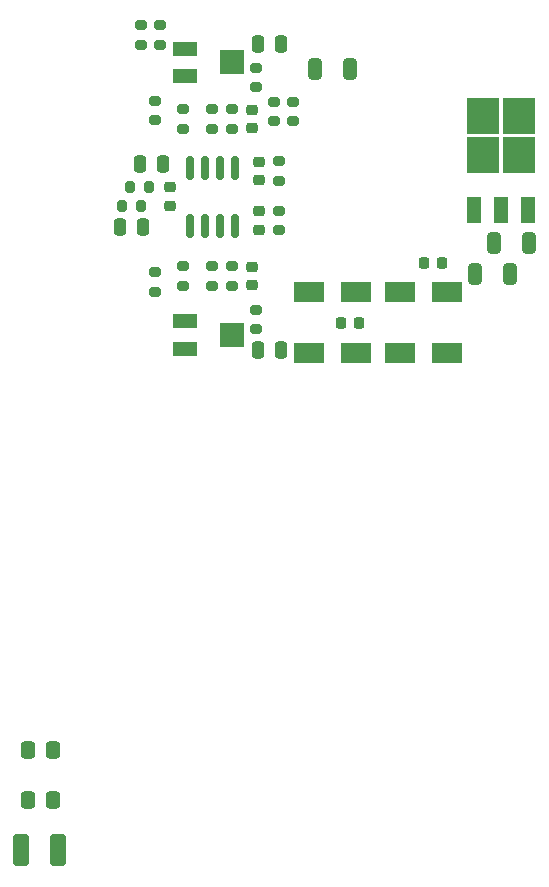
<source format=gbr>
%TF.GenerationSoftware,KiCad,Pcbnew,7.0.10-7.0.10~ubuntu22.04.1*%
%TF.CreationDate,2024-01-08T13:23:45+01:00*%
%TF.ProjectId,reparaturhelfer,72657061-7261-4747-9572-68656c666572,rev?*%
%TF.SameCoordinates,Original*%
%TF.FileFunction,Paste,Bot*%
%TF.FilePolarity,Positive*%
%FSLAX46Y46*%
G04 Gerber Fmt 4.6, Leading zero omitted, Abs format (unit mm)*
G04 Created by KiCad (PCBNEW 7.0.10-7.0.10~ubuntu22.04.1) date 2024-01-08 13:23:45*
%MOMM*%
%LPD*%
G01*
G04 APERTURE LIST*
G04 Aperture macros list*
%AMRoundRect*
0 Rectangle with rounded corners*
0 $1 Rounding radius*
0 $2 $3 $4 $5 $6 $7 $8 $9 X,Y pos of 4 corners*
0 Add a 4 corners polygon primitive as box body*
4,1,4,$2,$3,$4,$5,$6,$7,$8,$9,$2,$3,0*
0 Add four circle primitives for the rounded corners*
1,1,$1+$1,$2,$3*
1,1,$1+$1,$4,$5*
1,1,$1+$1,$6,$7*
1,1,$1+$1,$8,$9*
0 Add four rect primitives between the rounded corners*
20,1,$1+$1,$2,$3,$4,$5,0*
20,1,$1+$1,$4,$5,$6,$7,0*
20,1,$1+$1,$6,$7,$8,$9,0*
20,1,$1+$1,$8,$9,$2,$3,0*%
G04 Aperture macros list end*
%ADD10RoundRect,0.200000X-0.275000X0.200000X-0.275000X-0.200000X0.275000X-0.200000X0.275000X0.200000X0*%
%ADD11RoundRect,0.200000X0.275000X-0.200000X0.275000X0.200000X-0.275000X0.200000X-0.275000X-0.200000X0*%
%ADD12RoundRect,0.225000X0.250000X-0.225000X0.250000X0.225000X-0.250000X0.225000X-0.250000X-0.225000X0*%
%ADD13RoundRect,0.225000X-0.250000X0.225000X-0.250000X-0.225000X0.250000X-0.225000X0.250000X0.225000X0*%
%ADD14RoundRect,0.225000X0.225000X0.250000X-0.225000X0.250000X-0.225000X-0.250000X0.225000X-0.250000X0*%
%ADD15RoundRect,0.250000X-0.250000X-0.475000X0.250000X-0.475000X0.250000X0.475000X-0.250000X0.475000X0*%
%ADD16RoundRect,0.250000X0.250000X0.475000X-0.250000X0.475000X-0.250000X-0.475000X0.250000X-0.475000X0*%
%ADD17RoundRect,0.250000X-0.325000X-0.650000X0.325000X-0.650000X0.325000X0.650000X-0.325000X0.650000X0*%
%ADD18R,2.500000X1.800000*%
%ADD19RoundRect,0.250000X-0.337500X-0.475000X0.337500X-0.475000X0.337500X0.475000X-0.337500X0.475000X0*%
%ADD20RoundRect,0.200000X0.200000X0.275000X-0.200000X0.275000X-0.200000X-0.275000X0.200000X-0.275000X0*%
%ADD21R,2.750000X3.050000*%
%ADD22R,1.200000X2.200000*%
%ADD23R,2.000000X1.300000*%
%ADD24R,2.000000X2.000000*%
%ADD25RoundRect,0.150000X-0.150000X0.825000X-0.150000X-0.825000X0.150000X-0.825000X0.150000X0.825000X0*%
%ADD26RoundRect,0.250000X-0.412500X-1.100000X0.412500X-1.100000X0.412500X1.100000X-0.412500X1.100000X0*%
%ADD27RoundRect,0.250000X0.325000X0.650000X-0.325000X0.650000X-0.325000X-0.650000X0.325000X-0.650000X0*%
G04 APERTURE END LIST*
D10*
%TO.C,R204*%
X96800000Y-51675000D03*
X96800000Y-53325000D03*
%TD*%
D11*
%TO.C,R203*%
X95200000Y-53325000D03*
X95200000Y-51675000D03*
%TD*%
D12*
%TO.C,C213*%
X104600000Y-73675000D03*
X104600000Y-72125000D03*
%TD*%
D13*
%TO.C,C216*%
X105200000Y-63225000D03*
X105200000Y-64775000D03*
%TD*%
D11*
%TO.C,R215*%
X104900000Y-77425000D03*
X104900000Y-75775000D03*
%TD*%
D10*
%TO.C,R218*%
X106900000Y-67375000D03*
X106900000Y-69025000D03*
%TD*%
D14*
%TO.C,C207*%
X113675000Y-76900000D03*
X112125000Y-76900000D03*
%TD*%
D15*
%TO.C,C202*%
X95150000Y-63400000D03*
X97050000Y-63400000D03*
%TD*%
D16*
%TO.C,C212*%
X95350000Y-68800000D03*
X93450000Y-68800000D03*
%TD*%
D11*
%TO.C,R209*%
X106500000Y-59825000D03*
X106500000Y-58175000D03*
%TD*%
D10*
%TO.C,R207*%
X104900000Y-55275000D03*
X104900000Y-56925000D03*
%TD*%
%TO.C,R211*%
X96400000Y-72575000D03*
X96400000Y-74225000D03*
%TD*%
D14*
%TO.C,C203*%
X120675000Y-71800000D03*
X119125000Y-71800000D03*
%TD*%
D17*
%TO.C,C205*%
X123525000Y-72700000D03*
X126475000Y-72700000D03*
%TD*%
D18*
%TO.C,D201*%
X121100000Y-74300000D03*
X117100000Y-74300000D03*
%TD*%
D19*
%TO.C,C401*%
X85662500Y-113000000D03*
X87737500Y-113000000D03*
%TD*%
D10*
%TO.C,R205*%
X101200000Y-58800000D03*
X101200000Y-60450000D03*
%TD*%
D16*
%TO.C,C209*%
X107050000Y-53300000D03*
X105150000Y-53300000D03*
%TD*%
D11*
%TO.C,R201*%
X96400000Y-59725000D03*
X96400000Y-58075000D03*
%TD*%
%TO.C,R212*%
X98800000Y-73725000D03*
X98800000Y-72075000D03*
%TD*%
D10*
%TO.C,R206*%
X102900000Y-58800000D03*
X102900000Y-60450000D03*
%TD*%
D19*
%TO.C,C403*%
X85662500Y-117250000D03*
X87737500Y-117250000D03*
%TD*%
D12*
%TO.C,C208*%
X104600000Y-60400000D03*
X104600000Y-58850000D03*
%TD*%
D10*
%TO.C,R202*%
X98800000Y-58775000D03*
X98800000Y-60425000D03*
%TD*%
D20*
%TO.C,R216*%
X95225000Y-67000000D03*
X93575000Y-67000000D03*
%TD*%
D21*
%TO.C,U201*%
X124175000Y-62675000D03*
X127225000Y-62675000D03*
X124175000Y-59325000D03*
X127225000Y-59325000D03*
D22*
X127980000Y-67300000D03*
X125700000Y-67300000D03*
X123420000Y-67300000D03*
%TD*%
D17*
%TO.C,C206*%
X125125000Y-70100000D03*
X128075000Y-70100000D03*
%TD*%
D23*
%TO.C,RV202*%
X98900000Y-76750000D03*
D24*
X102900000Y-77900000D03*
D23*
X98900000Y-79050000D03*
%TD*%
D11*
%TO.C,R214*%
X102900000Y-73725000D03*
X102900000Y-72075000D03*
%TD*%
D12*
%TO.C,C201*%
X97630000Y-66950000D03*
X97630000Y-65400000D03*
%TD*%
D25*
%TO.C,U202*%
X99320000Y-63725000D03*
X100590000Y-63725000D03*
X101860000Y-63725000D03*
X103130000Y-63725000D03*
X103130000Y-68675000D03*
X101860000Y-68675000D03*
X100590000Y-68675000D03*
X99320000Y-68675000D03*
%TD*%
D20*
%TO.C,R208*%
X95925000Y-65400000D03*
X94275000Y-65400000D03*
%TD*%
D13*
%TO.C,C215*%
X105200000Y-67425000D03*
X105200000Y-68975000D03*
%TD*%
D18*
%TO.C,D203*%
X113400000Y-74300000D03*
X109400000Y-74300000D03*
%TD*%
%TO.C,D202*%
X121100000Y-79400000D03*
X117100000Y-79400000D03*
%TD*%
D11*
%TO.C,R213*%
X101200000Y-73725000D03*
X101200000Y-72075000D03*
%TD*%
D16*
%TO.C,C214*%
X107050000Y-79200000D03*
X105150000Y-79200000D03*
%TD*%
D26*
%TO.C,C405*%
X85037500Y-121500000D03*
X88162500Y-121500000D03*
%TD*%
D27*
%TO.C,C210*%
X112875000Y-55400000D03*
X109925000Y-55400000D03*
%TD*%
D23*
%TO.C,RV201*%
X98900000Y-53650000D03*
D24*
X102900000Y-54800000D03*
D23*
X98900000Y-55950000D03*
%TD*%
D11*
%TO.C,R210*%
X108100000Y-59825000D03*
X108100000Y-58175000D03*
%TD*%
D18*
%TO.C,D204*%
X113400000Y-79400000D03*
X109400000Y-79400000D03*
%TD*%
D10*
%TO.C,R217*%
X106900000Y-63175000D03*
X106900000Y-64825000D03*
%TD*%
M02*

</source>
